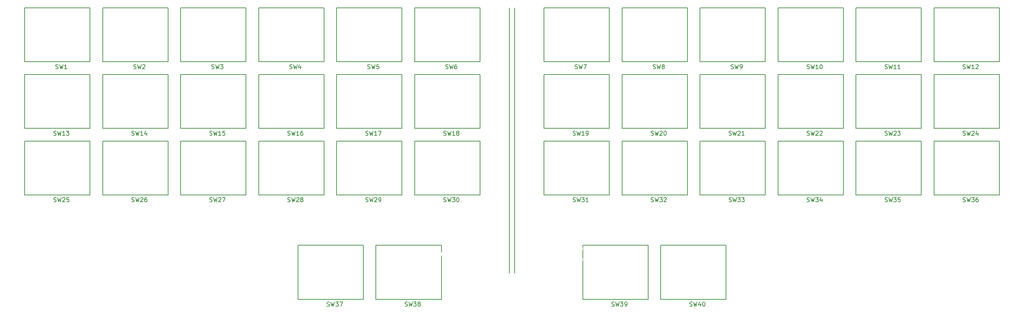
<source format=gto>
G04 #@! TF.FileFunction,Legend,Top*
%FSLAX46Y46*%
G04 Gerber Fmt 4.6, Leading zero omitted, Abs format (unit mm)*
G04 Created by KiCad (PCBNEW 4.0.5) date Saturday, July 01, 2017 'AMt' 12:52:34 AM*
%MOMM*%
%LPD*%
G01*
G04 APERTURE LIST*
%ADD10C,0.100000*%
%ADD11C,0.200000*%
%ADD12C,0.150000*%
%ADD13O,3.400000X3.400000*%
%ADD14C,3.400000*%
%ADD15C,1.924000*%
%ADD16C,3.600000*%
%ADD17R,2.127200X2.127200*%
%ADD18O,2.127200X2.127200*%
%ADD19O,1.250000X1.450000*%
%ADD20R,2.300000X2.100000*%
G04 APERTURE END LIST*
D10*
D11*
X116200000Y0D02*
X116200000Y-63000000D01*
X115000000Y0D02*
X115000000Y-63000000D01*
D12*
X89500000Y-28600000D02*
X74000000Y-28600000D01*
X89500000Y-15800000D02*
X89500000Y-28600000D01*
X74000000Y-15800000D02*
X89500000Y-15800000D01*
X74000000Y-28600000D02*
X74000000Y-15800000D01*
X138700000Y-12800000D02*
X123200000Y-12800000D01*
X138700000Y0D02*
X138700000Y-12800000D01*
X123200000Y0D02*
X138700000Y0D01*
X123200000Y-12800000D02*
X123200000Y0D01*
X108000000Y-28600000D02*
X92500000Y-28600000D01*
X108000000Y-15800000D02*
X108000000Y-28600000D01*
X92500000Y-15800000D02*
X108000000Y-15800000D01*
X92500000Y-28600000D02*
X92500000Y-15800000D01*
X89500000Y-12800000D02*
X74000000Y-12800000D01*
X89500000Y0D02*
X89500000Y-12800000D01*
X74000000Y0D02*
X89500000Y0D01*
X74000000Y-12800000D02*
X74000000Y0D01*
X80333330Y-69200000D02*
X64833330Y-69200000D01*
X80333330Y-56400000D02*
X80333330Y-69200000D01*
X64833330Y-56400000D02*
X80333330Y-56400000D01*
X64833330Y-69200000D02*
X64833330Y-56400000D01*
X52500000Y-12800000D02*
X37000000Y-12800000D01*
X52500000Y0D02*
X52500000Y-12800000D01*
X37000000Y0D02*
X52500000Y0D01*
X37000000Y-12800000D02*
X37000000Y0D01*
X108000000Y-12800000D02*
X92500000Y-12800000D01*
X108000000Y0D02*
X108000000Y-12800000D01*
X92500000Y0D02*
X108000000Y0D01*
X92500000Y-12800000D02*
X92500000Y0D01*
X15500000Y-12800000D02*
X0Y-12800000D01*
X15500000Y0D02*
X15500000Y-12800000D01*
X0Y0D02*
X15500000Y0D01*
X0Y-12800000D02*
X0Y0D01*
X166366667Y-69200000D02*
X150866667Y-69200000D01*
X166366667Y-56400000D02*
X166366667Y-69200000D01*
X150866667Y-56400000D02*
X166366667Y-56400000D01*
X150866667Y-69200000D02*
X150866667Y-56400000D01*
X147866667Y-69200000D02*
X132366667Y-69200000D01*
X147866667Y-56400000D02*
X147866667Y-69200000D01*
X132366667Y-56400000D02*
X147866667Y-56400000D01*
X132366667Y-69200000D02*
X132366667Y-56400000D01*
X98833330Y-69200000D02*
X83333330Y-69200000D01*
X98833330Y-56400000D02*
X98833330Y-69200000D01*
X83333330Y-56400000D02*
X98833330Y-56400000D01*
X83333330Y-69200000D02*
X83333330Y-56400000D01*
X231200000Y-44400000D02*
X215700000Y-44400000D01*
X231200000Y-31600000D02*
X231200000Y-44400000D01*
X215700000Y-31600000D02*
X231200000Y-31600000D01*
X215700000Y-44400000D02*
X215700000Y-31600000D01*
X212700000Y-44400000D02*
X197200000Y-44400000D01*
X212700000Y-31600000D02*
X212700000Y-44400000D01*
X197200000Y-31600000D02*
X212700000Y-31600000D01*
X197200000Y-44400000D02*
X197200000Y-31600000D01*
X194200000Y-44400000D02*
X178700000Y-44400000D01*
X194200000Y-31600000D02*
X194200000Y-44400000D01*
X178700000Y-31600000D02*
X194200000Y-31600000D01*
X178700000Y-44400000D02*
X178700000Y-31600000D01*
X175700000Y-44400000D02*
X160200000Y-44400000D01*
X175700000Y-31600000D02*
X175700000Y-44400000D01*
X160200000Y-31600000D02*
X175700000Y-31600000D01*
X160200000Y-44400000D02*
X160200000Y-31600000D01*
X157200000Y-44400000D02*
X141700000Y-44400000D01*
X157200000Y-31600000D02*
X157200000Y-44400000D01*
X141700000Y-31600000D02*
X157200000Y-31600000D01*
X141700000Y-44400000D02*
X141700000Y-31600000D01*
X138700000Y-44400000D02*
X123200000Y-44400000D01*
X138700000Y-31600000D02*
X138700000Y-44400000D01*
X123200000Y-31600000D02*
X138700000Y-31600000D01*
X123200000Y-44400000D02*
X123200000Y-31600000D01*
X108000000Y-44400000D02*
X92500000Y-44400000D01*
X108000000Y-31600000D02*
X108000000Y-44400000D01*
X92500000Y-31600000D02*
X108000000Y-31600000D01*
X92500000Y-44400000D02*
X92500000Y-31600000D01*
X89500000Y-44400000D02*
X74000000Y-44400000D01*
X89500000Y-31600000D02*
X89500000Y-44400000D01*
X74000000Y-31600000D02*
X89500000Y-31600000D01*
X74000000Y-44400000D02*
X74000000Y-31600000D01*
X71000000Y-44400000D02*
X55500000Y-44400000D01*
X71000000Y-31600000D02*
X71000000Y-44400000D01*
X55500000Y-31600000D02*
X71000000Y-31600000D01*
X55500000Y-44400000D02*
X55500000Y-31600000D01*
X52500000Y-44400000D02*
X37000000Y-44400000D01*
X52500000Y-31600000D02*
X52500000Y-44400000D01*
X37000000Y-31600000D02*
X52500000Y-31600000D01*
X37000000Y-44400000D02*
X37000000Y-31600000D01*
X34000000Y-44400000D02*
X18500000Y-44400000D01*
X34000000Y-31600000D02*
X34000000Y-44400000D01*
X18500000Y-31600000D02*
X34000000Y-31600000D01*
X18500000Y-44400000D02*
X18500000Y-31600000D01*
X15500000Y-44400000D02*
X0Y-44400000D01*
X15500000Y-31600000D02*
X15500000Y-44400000D01*
X0Y-31600000D02*
X15500000Y-31600000D01*
X0Y-44400000D02*
X0Y-31600000D01*
X231200000Y-28600000D02*
X215700000Y-28600000D01*
X231200000Y-15800000D02*
X231200000Y-28600000D01*
X215700000Y-15800000D02*
X231200000Y-15800000D01*
X215700000Y-28600000D02*
X215700000Y-15800000D01*
X212700000Y-28600000D02*
X197200000Y-28600000D01*
X212700000Y-15800000D02*
X212700000Y-28600000D01*
X197200000Y-15800000D02*
X212700000Y-15800000D01*
X197200000Y-28600000D02*
X197200000Y-15800000D01*
X194200000Y-28600000D02*
X178700000Y-28600000D01*
X194200000Y-15800000D02*
X194200000Y-28600000D01*
X178700000Y-15800000D02*
X194200000Y-15800000D01*
X178700000Y-28600000D02*
X178700000Y-15800000D01*
X175700000Y-28600000D02*
X160200000Y-28600000D01*
X175700000Y-15800000D02*
X175700000Y-28600000D01*
X160200000Y-15800000D02*
X175700000Y-15800000D01*
X160200000Y-28600000D02*
X160200000Y-15800000D01*
X157200000Y-28600000D02*
X141700000Y-28600000D01*
X157200000Y-15800000D02*
X157200000Y-28600000D01*
X141700000Y-15800000D02*
X157200000Y-15800000D01*
X141700000Y-28600000D02*
X141700000Y-15800000D01*
X138700000Y-28600000D02*
X123200000Y-28600000D01*
X138700000Y-15800000D02*
X138700000Y-28600000D01*
X123200000Y-15800000D02*
X138700000Y-15800000D01*
X123200000Y-28600000D02*
X123200000Y-15800000D01*
X71000000Y-28600000D02*
X55500000Y-28600000D01*
X71000000Y-15800000D02*
X71000000Y-28600000D01*
X55500000Y-15800000D02*
X71000000Y-15800000D01*
X55500000Y-28600000D02*
X55500000Y-15800000D01*
X52500000Y-28600000D02*
X37000000Y-28600000D01*
X52500000Y-15800000D02*
X52500000Y-28600000D01*
X37000000Y-15800000D02*
X52500000Y-15800000D01*
X37000000Y-28600000D02*
X37000000Y-15800000D01*
X34000000Y-28600000D02*
X18500000Y-28600000D01*
X34000000Y-15800000D02*
X34000000Y-28600000D01*
X18500000Y-15800000D02*
X34000000Y-15800000D01*
X18500000Y-28600000D02*
X18500000Y-15800000D01*
X15500000Y-28600000D02*
X0Y-28600000D01*
X15500000Y-15800000D02*
X15500000Y-28600000D01*
X0Y-15800000D02*
X15500000Y-15800000D01*
X0Y-28600000D02*
X0Y-15800000D01*
X231200000Y-12800000D02*
X215700000Y-12800000D01*
X231200000Y0D02*
X231200000Y-12800000D01*
X215700000Y0D02*
X231200000Y0D01*
X215700000Y-12800000D02*
X215700000Y0D01*
X212700000Y-12800000D02*
X197200000Y-12800000D01*
X212700000Y0D02*
X212700000Y-12800000D01*
X197200000Y0D02*
X212700000Y0D01*
X197200000Y-12800000D02*
X197200000Y0D01*
X194200000Y-12800000D02*
X178700000Y-12800000D01*
X194200000Y0D02*
X194200000Y-12800000D01*
X178700000Y0D02*
X194200000Y0D01*
X178700000Y-12800000D02*
X178700000Y0D01*
X175700000Y-12800000D02*
X160200000Y-12800000D01*
X175700000Y0D02*
X175700000Y-12800000D01*
X160200000Y0D02*
X175700000Y0D01*
X160200000Y-12800000D02*
X160200000Y0D01*
X157200000Y-12800000D02*
X141700000Y-12800000D01*
X157200000Y0D02*
X157200000Y-12800000D01*
X141700000Y0D02*
X157200000Y0D01*
X141700000Y-12800000D02*
X141700000Y0D01*
X71000000Y-12800000D02*
X55500000Y-12800000D01*
X71000000Y0D02*
X71000000Y-12800000D01*
X55500000Y0D02*
X71000000Y0D01*
X55500000Y-12800000D02*
X55500000Y0D01*
X34000000Y-12800000D02*
X18500000Y-12800000D01*
X34000000Y0D02*
X34000000Y-12800000D01*
X18500000Y0D02*
X34000000Y0D01*
X18500000Y-12800000D02*
X18500000Y0D01*
X80890476Y-30204762D02*
X81033333Y-30252381D01*
X81271429Y-30252381D01*
X81366667Y-30204762D01*
X81414286Y-30157143D01*
X81461905Y-30061905D01*
X81461905Y-29966667D01*
X81414286Y-29871429D01*
X81366667Y-29823810D01*
X81271429Y-29776190D01*
X81080952Y-29728571D01*
X80985714Y-29680952D01*
X80938095Y-29633333D01*
X80890476Y-29538095D01*
X80890476Y-29442857D01*
X80938095Y-29347619D01*
X80985714Y-29300000D01*
X81080952Y-29252381D01*
X81319048Y-29252381D01*
X81461905Y-29300000D01*
X81795238Y-29252381D02*
X82033333Y-30252381D01*
X82223810Y-29538095D01*
X82414286Y-30252381D01*
X82652381Y-29252381D01*
X83557143Y-30252381D02*
X82985714Y-30252381D01*
X83271428Y-30252381D02*
X83271428Y-29252381D01*
X83176190Y-29395238D01*
X83080952Y-29490476D01*
X82985714Y-29538095D01*
X83890476Y-29252381D02*
X84557143Y-29252381D01*
X84128571Y-30252381D01*
X130566667Y-14404762D02*
X130709524Y-14452381D01*
X130947620Y-14452381D01*
X131042858Y-14404762D01*
X131090477Y-14357143D01*
X131138096Y-14261905D01*
X131138096Y-14166667D01*
X131090477Y-14071429D01*
X131042858Y-14023810D01*
X130947620Y-13976190D01*
X130757143Y-13928571D01*
X130661905Y-13880952D01*
X130614286Y-13833333D01*
X130566667Y-13738095D01*
X130566667Y-13642857D01*
X130614286Y-13547619D01*
X130661905Y-13500000D01*
X130757143Y-13452381D01*
X130995239Y-13452381D01*
X131138096Y-13500000D01*
X131471429Y-13452381D02*
X131709524Y-14452381D01*
X131900001Y-13738095D01*
X132090477Y-14452381D01*
X132328572Y-13452381D01*
X132614286Y-13452381D02*
X133280953Y-13452381D01*
X132852381Y-14452381D01*
X99390476Y-30204762D02*
X99533333Y-30252381D01*
X99771429Y-30252381D01*
X99866667Y-30204762D01*
X99914286Y-30157143D01*
X99961905Y-30061905D01*
X99961905Y-29966667D01*
X99914286Y-29871429D01*
X99866667Y-29823810D01*
X99771429Y-29776190D01*
X99580952Y-29728571D01*
X99485714Y-29680952D01*
X99438095Y-29633333D01*
X99390476Y-29538095D01*
X99390476Y-29442857D01*
X99438095Y-29347619D01*
X99485714Y-29300000D01*
X99580952Y-29252381D01*
X99819048Y-29252381D01*
X99961905Y-29300000D01*
X100295238Y-29252381D02*
X100533333Y-30252381D01*
X100723810Y-29538095D01*
X100914286Y-30252381D01*
X101152381Y-29252381D01*
X102057143Y-30252381D02*
X101485714Y-30252381D01*
X101771428Y-30252381D02*
X101771428Y-29252381D01*
X101676190Y-29395238D01*
X101580952Y-29490476D01*
X101485714Y-29538095D01*
X102628571Y-29680952D02*
X102533333Y-29633333D01*
X102485714Y-29585714D01*
X102438095Y-29490476D01*
X102438095Y-29442857D01*
X102485714Y-29347619D01*
X102533333Y-29300000D01*
X102628571Y-29252381D01*
X102819048Y-29252381D01*
X102914286Y-29300000D01*
X102961905Y-29347619D01*
X103009524Y-29442857D01*
X103009524Y-29490476D01*
X102961905Y-29585714D01*
X102914286Y-29633333D01*
X102819048Y-29680952D01*
X102628571Y-29680952D01*
X102533333Y-29728571D01*
X102485714Y-29776190D01*
X102438095Y-29871429D01*
X102438095Y-30061905D01*
X102485714Y-30157143D01*
X102533333Y-30204762D01*
X102628571Y-30252381D01*
X102819048Y-30252381D01*
X102914286Y-30204762D01*
X102961905Y-30157143D01*
X103009524Y-30061905D01*
X103009524Y-29871429D01*
X102961905Y-29776190D01*
X102914286Y-29728571D01*
X102819048Y-29680952D01*
X81366667Y-14404762D02*
X81509524Y-14452381D01*
X81747620Y-14452381D01*
X81842858Y-14404762D01*
X81890477Y-14357143D01*
X81938096Y-14261905D01*
X81938096Y-14166667D01*
X81890477Y-14071429D01*
X81842858Y-14023810D01*
X81747620Y-13976190D01*
X81557143Y-13928571D01*
X81461905Y-13880952D01*
X81414286Y-13833333D01*
X81366667Y-13738095D01*
X81366667Y-13642857D01*
X81414286Y-13547619D01*
X81461905Y-13500000D01*
X81557143Y-13452381D01*
X81795239Y-13452381D01*
X81938096Y-13500000D01*
X82271429Y-13452381D02*
X82509524Y-14452381D01*
X82700001Y-13738095D01*
X82890477Y-14452381D01*
X83128572Y-13452381D01*
X83985715Y-13452381D02*
X83509524Y-13452381D01*
X83461905Y-13928571D01*
X83509524Y-13880952D01*
X83604762Y-13833333D01*
X83842858Y-13833333D01*
X83938096Y-13880952D01*
X83985715Y-13928571D01*
X84033334Y-14023810D01*
X84033334Y-14261905D01*
X83985715Y-14357143D01*
X83938096Y-14404762D01*
X83842858Y-14452381D01*
X83604762Y-14452381D01*
X83509524Y-14404762D01*
X83461905Y-14357143D01*
X71723806Y-70804762D02*
X71866663Y-70852381D01*
X72104759Y-70852381D01*
X72199997Y-70804762D01*
X72247616Y-70757143D01*
X72295235Y-70661905D01*
X72295235Y-70566667D01*
X72247616Y-70471429D01*
X72199997Y-70423810D01*
X72104759Y-70376190D01*
X71914282Y-70328571D01*
X71819044Y-70280952D01*
X71771425Y-70233333D01*
X71723806Y-70138095D01*
X71723806Y-70042857D01*
X71771425Y-69947619D01*
X71819044Y-69900000D01*
X71914282Y-69852381D01*
X72152378Y-69852381D01*
X72295235Y-69900000D01*
X72628568Y-69852381D02*
X72866663Y-70852381D01*
X73057140Y-70138095D01*
X73247616Y-70852381D01*
X73485711Y-69852381D01*
X73771425Y-69852381D02*
X74390473Y-69852381D01*
X74057139Y-70233333D01*
X74199997Y-70233333D01*
X74295235Y-70280952D01*
X74342854Y-70328571D01*
X74390473Y-70423810D01*
X74390473Y-70661905D01*
X74342854Y-70757143D01*
X74295235Y-70804762D01*
X74199997Y-70852381D01*
X73914282Y-70852381D01*
X73819044Y-70804762D01*
X73771425Y-70757143D01*
X74723806Y-69852381D02*
X75390473Y-69852381D01*
X74961901Y-70852381D01*
X44366667Y-14404762D02*
X44509524Y-14452381D01*
X44747620Y-14452381D01*
X44842858Y-14404762D01*
X44890477Y-14357143D01*
X44938096Y-14261905D01*
X44938096Y-14166667D01*
X44890477Y-14071429D01*
X44842858Y-14023810D01*
X44747620Y-13976190D01*
X44557143Y-13928571D01*
X44461905Y-13880952D01*
X44414286Y-13833333D01*
X44366667Y-13738095D01*
X44366667Y-13642857D01*
X44414286Y-13547619D01*
X44461905Y-13500000D01*
X44557143Y-13452381D01*
X44795239Y-13452381D01*
X44938096Y-13500000D01*
X45271429Y-13452381D02*
X45509524Y-14452381D01*
X45700001Y-13738095D01*
X45890477Y-14452381D01*
X46128572Y-13452381D01*
X46414286Y-13452381D02*
X47033334Y-13452381D01*
X46700000Y-13833333D01*
X46842858Y-13833333D01*
X46938096Y-13880952D01*
X46985715Y-13928571D01*
X47033334Y-14023810D01*
X47033334Y-14261905D01*
X46985715Y-14357143D01*
X46938096Y-14404762D01*
X46842858Y-14452381D01*
X46557143Y-14452381D01*
X46461905Y-14404762D01*
X46414286Y-14357143D01*
X99866667Y-14404762D02*
X100009524Y-14452381D01*
X100247620Y-14452381D01*
X100342858Y-14404762D01*
X100390477Y-14357143D01*
X100438096Y-14261905D01*
X100438096Y-14166667D01*
X100390477Y-14071429D01*
X100342858Y-14023810D01*
X100247620Y-13976190D01*
X100057143Y-13928571D01*
X99961905Y-13880952D01*
X99914286Y-13833333D01*
X99866667Y-13738095D01*
X99866667Y-13642857D01*
X99914286Y-13547619D01*
X99961905Y-13500000D01*
X100057143Y-13452381D01*
X100295239Y-13452381D01*
X100438096Y-13500000D01*
X100771429Y-13452381D02*
X101009524Y-14452381D01*
X101200001Y-13738095D01*
X101390477Y-14452381D01*
X101628572Y-13452381D01*
X102438096Y-13452381D02*
X102247619Y-13452381D01*
X102152381Y-13500000D01*
X102104762Y-13547619D01*
X102009524Y-13690476D01*
X101961905Y-13880952D01*
X101961905Y-14261905D01*
X102009524Y-14357143D01*
X102057143Y-14404762D01*
X102152381Y-14452381D01*
X102342858Y-14452381D01*
X102438096Y-14404762D01*
X102485715Y-14357143D01*
X102533334Y-14261905D01*
X102533334Y-14023810D01*
X102485715Y-13928571D01*
X102438096Y-13880952D01*
X102342858Y-13833333D01*
X102152381Y-13833333D01*
X102057143Y-13880952D01*
X102009524Y-13928571D01*
X101961905Y-14023810D01*
X7366667Y-14404762D02*
X7509524Y-14452381D01*
X7747620Y-14452381D01*
X7842858Y-14404762D01*
X7890477Y-14357143D01*
X7938096Y-14261905D01*
X7938096Y-14166667D01*
X7890477Y-14071429D01*
X7842858Y-14023810D01*
X7747620Y-13976190D01*
X7557143Y-13928571D01*
X7461905Y-13880952D01*
X7414286Y-13833333D01*
X7366667Y-13738095D01*
X7366667Y-13642857D01*
X7414286Y-13547619D01*
X7461905Y-13500000D01*
X7557143Y-13452381D01*
X7795239Y-13452381D01*
X7938096Y-13500000D01*
X8271429Y-13452381D02*
X8509524Y-14452381D01*
X8700001Y-13738095D01*
X8890477Y-14452381D01*
X9128572Y-13452381D01*
X10033334Y-14452381D02*
X9461905Y-14452381D01*
X9747619Y-14452381D02*
X9747619Y-13452381D01*
X9652381Y-13595238D01*
X9557143Y-13690476D01*
X9461905Y-13738095D01*
X157757143Y-70804762D02*
X157900000Y-70852381D01*
X158138096Y-70852381D01*
X158233334Y-70804762D01*
X158280953Y-70757143D01*
X158328572Y-70661905D01*
X158328572Y-70566667D01*
X158280953Y-70471429D01*
X158233334Y-70423810D01*
X158138096Y-70376190D01*
X157947619Y-70328571D01*
X157852381Y-70280952D01*
X157804762Y-70233333D01*
X157757143Y-70138095D01*
X157757143Y-70042857D01*
X157804762Y-69947619D01*
X157852381Y-69900000D01*
X157947619Y-69852381D01*
X158185715Y-69852381D01*
X158328572Y-69900000D01*
X158661905Y-69852381D02*
X158900000Y-70852381D01*
X159090477Y-70138095D01*
X159280953Y-70852381D01*
X159519048Y-69852381D01*
X160328572Y-70185714D02*
X160328572Y-70852381D01*
X160090476Y-69804762D02*
X159852381Y-70519048D01*
X160471429Y-70519048D01*
X161042857Y-69852381D02*
X161138096Y-69852381D01*
X161233334Y-69900000D01*
X161280953Y-69947619D01*
X161328572Y-70042857D01*
X161376191Y-70233333D01*
X161376191Y-70471429D01*
X161328572Y-70661905D01*
X161280953Y-70757143D01*
X161233334Y-70804762D01*
X161138096Y-70852381D01*
X161042857Y-70852381D01*
X160947619Y-70804762D01*
X160900000Y-70757143D01*
X160852381Y-70661905D01*
X160804762Y-70471429D01*
X160804762Y-70233333D01*
X160852381Y-70042857D01*
X160900000Y-69947619D01*
X160947619Y-69900000D01*
X161042857Y-69852381D01*
X139257143Y-70804762D02*
X139400000Y-70852381D01*
X139638096Y-70852381D01*
X139733334Y-70804762D01*
X139780953Y-70757143D01*
X139828572Y-70661905D01*
X139828572Y-70566667D01*
X139780953Y-70471429D01*
X139733334Y-70423810D01*
X139638096Y-70376190D01*
X139447619Y-70328571D01*
X139352381Y-70280952D01*
X139304762Y-70233333D01*
X139257143Y-70138095D01*
X139257143Y-70042857D01*
X139304762Y-69947619D01*
X139352381Y-69900000D01*
X139447619Y-69852381D01*
X139685715Y-69852381D01*
X139828572Y-69900000D01*
X140161905Y-69852381D02*
X140400000Y-70852381D01*
X140590477Y-70138095D01*
X140780953Y-70852381D01*
X141019048Y-69852381D01*
X141304762Y-69852381D02*
X141923810Y-69852381D01*
X141590476Y-70233333D01*
X141733334Y-70233333D01*
X141828572Y-70280952D01*
X141876191Y-70328571D01*
X141923810Y-70423810D01*
X141923810Y-70661905D01*
X141876191Y-70757143D01*
X141828572Y-70804762D01*
X141733334Y-70852381D01*
X141447619Y-70852381D01*
X141352381Y-70804762D01*
X141304762Y-70757143D01*
X142400000Y-70852381D02*
X142590476Y-70852381D01*
X142685715Y-70804762D01*
X142733334Y-70757143D01*
X142828572Y-70614286D01*
X142876191Y-70423810D01*
X142876191Y-70042857D01*
X142828572Y-69947619D01*
X142780953Y-69900000D01*
X142685715Y-69852381D01*
X142495238Y-69852381D01*
X142400000Y-69900000D01*
X142352381Y-69947619D01*
X142304762Y-70042857D01*
X142304762Y-70280952D01*
X142352381Y-70376190D01*
X142400000Y-70423810D01*
X142495238Y-70471429D01*
X142685715Y-70471429D01*
X142780953Y-70423810D01*
X142828572Y-70376190D01*
X142876191Y-70280952D01*
X90223806Y-70804762D02*
X90366663Y-70852381D01*
X90604759Y-70852381D01*
X90699997Y-70804762D01*
X90747616Y-70757143D01*
X90795235Y-70661905D01*
X90795235Y-70566667D01*
X90747616Y-70471429D01*
X90699997Y-70423810D01*
X90604759Y-70376190D01*
X90414282Y-70328571D01*
X90319044Y-70280952D01*
X90271425Y-70233333D01*
X90223806Y-70138095D01*
X90223806Y-70042857D01*
X90271425Y-69947619D01*
X90319044Y-69900000D01*
X90414282Y-69852381D01*
X90652378Y-69852381D01*
X90795235Y-69900000D01*
X91128568Y-69852381D02*
X91366663Y-70852381D01*
X91557140Y-70138095D01*
X91747616Y-70852381D01*
X91985711Y-69852381D01*
X92271425Y-69852381D02*
X92890473Y-69852381D01*
X92557139Y-70233333D01*
X92699997Y-70233333D01*
X92795235Y-70280952D01*
X92842854Y-70328571D01*
X92890473Y-70423810D01*
X92890473Y-70661905D01*
X92842854Y-70757143D01*
X92795235Y-70804762D01*
X92699997Y-70852381D01*
X92414282Y-70852381D01*
X92319044Y-70804762D01*
X92271425Y-70757143D01*
X93461901Y-70280952D02*
X93366663Y-70233333D01*
X93319044Y-70185714D01*
X93271425Y-70090476D01*
X93271425Y-70042857D01*
X93319044Y-69947619D01*
X93366663Y-69900000D01*
X93461901Y-69852381D01*
X93652378Y-69852381D01*
X93747616Y-69900000D01*
X93795235Y-69947619D01*
X93842854Y-70042857D01*
X93842854Y-70090476D01*
X93795235Y-70185714D01*
X93747616Y-70233333D01*
X93652378Y-70280952D01*
X93461901Y-70280952D01*
X93366663Y-70328571D01*
X93319044Y-70376190D01*
X93271425Y-70471429D01*
X93271425Y-70661905D01*
X93319044Y-70757143D01*
X93366663Y-70804762D01*
X93461901Y-70852381D01*
X93652378Y-70852381D01*
X93747616Y-70804762D01*
X93795235Y-70757143D01*
X93842854Y-70661905D01*
X93842854Y-70471429D01*
X93795235Y-70376190D01*
X93747616Y-70328571D01*
X93652378Y-70280952D01*
X222590476Y-46004762D02*
X222733333Y-46052381D01*
X222971429Y-46052381D01*
X223066667Y-46004762D01*
X223114286Y-45957143D01*
X223161905Y-45861905D01*
X223161905Y-45766667D01*
X223114286Y-45671429D01*
X223066667Y-45623810D01*
X222971429Y-45576190D01*
X222780952Y-45528571D01*
X222685714Y-45480952D01*
X222638095Y-45433333D01*
X222590476Y-45338095D01*
X222590476Y-45242857D01*
X222638095Y-45147619D01*
X222685714Y-45100000D01*
X222780952Y-45052381D01*
X223019048Y-45052381D01*
X223161905Y-45100000D01*
X223495238Y-45052381D02*
X223733333Y-46052381D01*
X223923810Y-45338095D01*
X224114286Y-46052381D01*
X224352381Y-45052381D01*
X224638095Y-45052381D02*
X225257143Y-45052381D01*
X224923809Y-45433333D01*
X225066667Y-45433333D01*
X225161905Y-45480952D01*
X225209524Y-45528571D01*
X225257143Y-45623810D01*
X225257143Y-45861905D01*
X225209524Y-45957143D01*
X225161905Y-46004762D01*
X225066667Y-46052381D01*
X224780952Y-46052381D01*
X224685714Y-46004762D01*
X224638095Y-45957143D01*
X226114286Y-45052381D02*
X225923809Y-45052381D01*
X225828571Y-45100000D01*
X225780952Y-45147619D01*
X225685714Y-45290476D01*
X225638095Y-45480952D01*
X225638095Y-45861905D01*
X225685714Y-45957143D01*
X225733333Y-46004762D01*
X225828571Y-46052381D01*
X226019048Y-46052381D01*
X226114286Y-46004762D01*
X226161905Y-45957143D01*
X226209524Y-45861905D01*
X226209524Y-45623810D01*
X226161905Y-45528571D01*
X226114286Y-45480952D01*
X226019048Y-45433333D01*
X225828571Y-45433333D01*
X225733333Y-45480952D01*
X225685714Y-45528571D01*
X225638095Y-45623810D01*
X204090476Y-46004762D02*
X204233333Y-46052381D01*
X204471429Y-46052381D01*
X204566667Y-46004762D01*
X204614286Y-45957143D01*
X204661905Y-45861905D01*
X204661905Y-45766667D01*
X204614286Y-45671429D01*
X204566667Y-45623810D01*
X204471429Y-45576190D01*
X204280952Y-45528571D01*
X204185714Y-45480952D01*
X204138095Y-45433333D01*
X204090476Y-45338095D01*
X204090476Y-45242857D01*
X204138095Y-45147619D01*
X204185714Y-45100000D01*
X204280952Y-45052381D01*
X204519048Y-45052381D01*
X204661905Y-45100000D01*
X204995238Y-45052381D02*
X205233333Y-46052381D01*
X205423810Y-45338095D01*
X205614286Y-46052381D01*
X205852381Y-45052381D01*
X206138095Y-45052381D02*
X206757143Y-45052381D01*
X206423809Y-45433333D01*
X206566667Y-45433333D01*
X206661905Y-45480952D01*
X206709524Y-45528571D01*
X206757143Y-45623810D01*
X206757143Y-45861905D01*
X206709524Y-45957143D01*
X206661905Y-46004762D01*
X206566667Y-46052381D01*
X206280952Y-46052381D01*
X206185714Y-46004762D01*
X206138095Y-45957143D01*
X207661905Y-45052381D02*
X207185714Y-45052381D01*
X207138095Y-45528571D01*
X207185714Y-45480952D01*
X207280952Y-45433333D01*
X207519048Y-45433333D01*
X207614286Y-45480952D01*
X207661905Y-45528571D01*
X207709524Y-45623810D01*
X207709524Y-45861905D01*
X207661905Y-45957143D01*
X207614286Y-46004762D01*
X207519048Y-46052381D01*
X207280952Y-46052381D01*
X207185714Y-46004762D01*
X207138095Y-45957143D01*
X185590476Y-46004762D02*
X185733333Y-46052381D01*
X185971429Y-46052381D01*
X186066667Y-46004762D01*
X186114286Y-45957143D01*
X186161905Y-45861905D01*
X186161905Y-45766667D01*
X186114286Y-45671429D01*
X186066667Y-45623810D01*
X185971429Y-45576190D01*
X185780952Y-45528571D01*
X185685714Y-45480952D01*
X185638095Y-45433333D01*
X185590476Y-45338095D01*
X185590476Y-45242857D01*
X185638095Y-45147619D01*
X185685714Y-45100000D01*
X185780952Y-45052381D01*
X186019048Y-45052381D01*
X186161905Y-45100000D01*
X186495238Y-45052381D02*
X186733333Y-46052381D01*
X186923810Y-45338095D01*
X187114286Y-46052381D01*
X187352381Y-45052381D01*
X187638095Y-45052381D02*
X188257143Y-45052381D01*
X187923809Y-45433333D01*
X188066667Y-45433333D01*
X188161905Y-45480952D01*
X188209524Y-45528571D01*
X188257143Y-45623810D01*
X188257143Y-45861905D01*
X188209524Y-45957143D01*
X188161905Y-46004762D01*
X188066667Y-46052381D01*
X187780952Y-46052381D01*
X187685714Y-46004762D01*
X187638095Y-45957143D01*
X189114286Y-45385714D02*
X189114286Y-46052381D01*
X188876190Y-45004762D02*
X188638095Y-45719048D01*
X189257143Y-45719048D01*
X167090476Y-46004762D02*
X167233333Y-46052381D01*
X167471429Y-46052381D01*
X167566667Y-46004762D01*
X167614286Y-45957143D01*
X167661905Y-45861905D01*
X167661905Y-45766667D01*
X167614286Y-45671429D01*
X167566667Y-45623810D01*
X167471429Y-45576190D01*
X167280952Y-45528571D01*
X167185714Y-45480952D01*
X167138095Y-45433333D01*
X167090476Y-45338095D01*
X167090476Y-45242857D01*
X167138095Y-45147619D01*
X167185714Y-45100000D01*
X167280952Y-45052381D01*
X167519048Y-45052381D01*
X167661905Y-45100000D01*
X167995238Y-45052381D02*
X168233333Y-46052381D01*
X168423810Y-45338095D01*
X168614286Y-46052381D01*
X168852381Y-45052381D01*
X169138095Y-45052381D02*
X169757143Y-45052381D01*
X169423809Y-45433333D01*
X169566667Y-45433333D01*
X169661905Y-45480952D01*
X169709524Y-45528571D01*
X169757143Y-45623810D01*
X169757143Y-45861905D01*
X169709524Y-45957143D01*
X169661905Y-46004762D01*
X169566667Y-46052381D01*
X169280952Y-46052381D01*
X169185714Y-46004762D01*
X169138095Y-45957143D01*
X170090476Y-45052381D02*
X170709524Y-45052381D01*
X170376190Y-45433333D01*
X170519048Y-45433333D01*
X170614286Y-45480952D01*
X170661905Y-45528571D01*
X170709524Y-45623810D01*
X170709524Y-45861905D01*
X170661905Y-45957143D01*
X170614286Y-46004762D01*
X170519048Y-46052381D01*
X170233333Y-46052381D01*
X170138095Y-46004762D01*
X170090476Y-45957143D01*
X148590476Y-46004762D02*
X148733333Y-46052381D01*
X148971429Y-46052381D01*
X149066667Y-46004762D01*
X149114286Y-45957143D01*
X149161905Y-45861905D01*
X149161905Y-45766667D01*
X149114286Y-45671429D01*
X149066667Y-45623810D01*
X148971429Y-45576190D01*
X148780952Y-45528571D01*
X148685714Y-45480952D01*
X148638095Y-45433333D01*
X148590476Y-45338095D01*
X148590476Y-45242857D01*
X148638095Y-45147619D01*
X148685714Y-45100000D01*
X148780952Y-45052381D01*
X149019048Y-45052381D01*
X149161905Y-45100000D01*
X149495238Y-45052381D02*
X149733333Y-46052381D01*
X149923810Y-45338095D01*
X150114286Y-46052381D01*
X150352381Y-45052381D01*
X150638095Y-45052381D02*
X151257143Y-45052381D01*
X150923809Y-45433333D01*
X151066667Y-45433333D01*
X151161905Y-45480952D01*
X151209524Y-45528571D01*
X151257143Y-45623810D01*
X151257143Y-45861905D01*
X151209524Y-45957143D01*
X151161905Y-46004762D01*
X151066667Y-46052381D01*
X150780952Y-46052381D01*
X150685714Y-46004762D01*
X150638095Y-45957143D01*
X151638095Y-45147619D02*
X151685714Y-45100000D01*
X151780952Y-45052381D01*
X152019048Y-45052381D01*
X152114286Y-45100000D01*
X152161905Y-45147619D01*
X152209524Y-45242857D01*
X152209524Y-45338095D01*
X152161905Y-45480952D01*
X151590476Y-46052381D01*
X152209524Y-46052381D01*
X130090476Y-46004762D02*
X130233333Y-46052381D01*
X130471429Y-46052381D01*
X130566667Y-46004762D01*
X130614286Y-45957143D01*
X130661905Y-45861905D01*
X130661905Y-45766667D01*
X130614286Y-45671429D01*
X130566667Y-45623810D01*
X130471429Y-45576190D01*
X130280952Y-45528571D01*
X130185714Y-45480952D01*
X130138095Y-45433333D01*
X130090476Y-45338095D01*
X130090476Y-45242857D01*
X130138095Y-45147619D01*
X130185714Y-45100000D01*
X130280952Y-45052381D01*
X130519048Y-45052381D01*
X130661905Y-45100000D01*
X130995238Y-45052381D02*
X131233333Y-46052381D01*
X131423810Y-45338095D01*
X131614286Y-46052381D01*
X131852381Y-45052381D01*
X132138095Y-45052381D02*
X132757143Y-45052381D01*
X132423809Y-45433333D01*
X132566667Y-45433333D01*
X132661905Y-45480952D01*
X132709524Y-45528571D01*
X132757143Y-45623810D01*
X132757143Y-45861905D01*
X132709524Y-45957143D01*
X132661905Y-46004762D01*
X132566667Y-46052381D01*
X132280952Y-46052381D01*
X132185714Y-46004762D01*
X132138095Y-45957143D01*
X133709524Y-46052381D02*
X133138095Y-46052381D01*
X133423809Y-46052381D02*
X133423809Y-45052381D01*
X133328571Y-45195238D01*
X133233333Y-45290476D01*
X133138095Y-45338095D01*
X99390476Y-46004762D02*
X99533333Y-46052381D01*
X99771429Y-46052381D01*
X99866667Y-46004762D01*
X99914286Y-45957143D01*
X99961905Y-45861905D01*
X99961905Y-45766667D01*
X99914286Y-45671429D01*
X99866667Y-45623810D01*
X99771429Y-45576190D01*
X99580952Y-45528571D01*
X99485714Y-45480952D01*
X99438095Y-45433333D01*
X99390476Y-45338095D01*
X99390476Y-45242857D01*
X99438095Y-45147619D01*
X99485714Y-45100000D01*
X99580952Y-45052381D01*
X99819048Y-45052381D01*
X99961905Y-45100000D01*
X100295238Y-45052381D02*
X100533333Y-46052381D01*
X100723810Y-45338095D01*
X100914286Y-46052381D01*
X101152381Y-45052381D01*
X101438095Y-45052381D02*
X102057143Y-45052381D01*
X101723809Y-45433333D01*
X101866667Y-45433333D01*
X101961905Y-45480952D01*
X102009524Y-45528571D01*
X102057143Y-45623810D01*
X102057143Y-45861905D01*
X102009524Y-45957143D01*
X101961905Y-46004762D01*
X101866667Y-46052381D01*
X101580952Y-46052381D01*
X101485714Y-46004762D01*
X101438095Y-45957143D01*
X102676190Y-45052381D02*
X102771429Y-45052381D01*
X102866667Y-45100000D01*
X102914286Y-45147619D01*
X102961905Y-45242857D01*
X103009524Y-45433333D01*
X103009524Y-45671429D01*
X102961905Y-45861905D01*
X102914286Y-45957143D01*
X102866667Y-46004762D01*
X102771429Y-46052381D01*
X102676190Y-46052381D01*
X102580952Y-46004762D01*
X102533333Y-45957143D01*
X102485714Y-45861905D01*
X102438095Y-45671429D01*
X102438095Y-45433333D01*
X102485714Y-45242857D01*
X102533333Y-45147619D01*
X102580952Y-45100000D01*
X102676190Y-45052381D01*
X80890476Y-46004762D02*
X81033333Y-46052381D01*
X81271429Y-46052381D01*
X81366667Y-46004762D01*
X81414286Y-45957143D01*
X81461905Y-45861905D01*
X81461905Y-45766667D01*
X81414286Y-45671429D01*
X81366667Y-45623810D01*
X81271429Y-45576190D01*
X81080952Y-45528571D01*
X80985714Y-45480952D01*
X80938095Y-45433333D01*
X80890476Y-45338095D01*
X80890476Y-45242857D01*
X80938095Y-45147619D01*
X80985714Y-45100000D01*
X81080952Y-45052381D01*
X81319048Y-45052381D01*
X81461905Y-45100000D01*
X81795238Y-45052381D02*
X82033333Y-46052381D01*
X82223810Y-45338095D01*
X82414286Y-46052381D01*
X82652381Y-45052381D01*
X82985714Y-45147619D02*
X83033333Y-45100000D01*
X83128571Y-45052381D01*
X83366667Y-45052381D01*
X83461905Y-45100000D01*
X83509524Y-45147619D01*
X83557143Y-45242857D01*
X83557143Y-45338095D01*
X83509524Y-45480952D01*
X82938095Y-46052381D01*
X83557143Y-46052381D01*
X84033333Y-46052381D02*
X84223809Y-46052381D01*
X84319048Y-46004762D01*
X84366667Y-45957143D01*
X84461905Y-45814286D01*
X84509524Y-45623810D01*
X84509524Y-45242857D01*
X84461905Y-45147619D01*
X84414286Y-45100000D01*
X84319048Y-45052381D01*
X84128571Y-45052381D01*
X84033333Y-45100000D01*
X83985714Y-45147619D01*
X83938095Y-45242857D01*
X83938095Y-45480952D01*
X83985714Y-45576190D01*
X84033333Y-45623810D01*
X84128571Y-45671429D01*
X84319048Y-45671429D01*
X84414286Y-45623810D01*
X84461905Y-45576190D01*
X84509524Y-45480952D01*
X62390476Y-46004762D02*
X62533333Y-46052381D01*
X62771429Y-46052381D01*
X62866667Y-46004762D01*
X62914286Y-45957143D01*
X62961905Y-45861905D01*
X62961905Y-45766667D01*
X62914286Y-45671429D01*
X62866667Y-45623810D01*
X62771429Y-45576190D01*
X62580952Y-45528571D01*
X62485714Y-45480952D01*
X62438095Y-45433333D01*
X62390476Y-45338095D01*
X62390476Y-45242857D01*
X62438095Y-45147619D01*
X62485714Y-45100000D01*
X62580952Y-45052381D01*
X62819048Y-45052381D01*
X62961905Y-45100000D01*
X63295238Y-45052381D02*
X63533333Y-46052381D01*
X63723810Y-45338095D01*
X63914286Y-46052381D01*
X64152381Y-45052381D01*
X64485714Y-45147619D02*
X64533333Y-45100000D01*
X64628571Y-45052381D01*
X64866667Y-45052381D01*
X64961905Y-45100000D01*
X65009524Y-45147619D01*
X65057143Y-45242857D01*
X65057143Y-45338095D01*
X65009524Y-45480952D01*
X64438095Y-46052381D01*
X65057143Y-46052381D01*
X65628571Y-45480952D02*
X65533333Y-45433333D01*
X65485714Y-45385714D01*
X65438095Y-45290476D01*
X65438095Y-45242857D01*
X65485714Y-45147619D01*
X65533333Y-45100000D01*
X65628571Y-45052381D01*
X65819048Y-45052381D01*
X65914286Y-45100000D01*
X65961905Y-45147619D01*
X66009524Y-45242857D01*
X66009524Y-45290476D01*
X65961905Y-45385714D01*
X65914286Y-45433333D01*
X65819048Y-45480952D01*
X65628571Y-45480952D01*
X65533333Y-45528571D01*
X65485714Y-45576190D01*
X65438095Y-45671429D01*
X65438095Y-45861905D01*
X65485714Y-45957143D01*
X65533333Y-46004762D01*
X65628571Y-46052381D01*
X65819048Y-46052381D01*
X65914286Y-46004762D01*
X65961905Y-45957143D01*
X66009524Y-45861905D01*
X66009524Y-45671429D01*
X65961905Y-45576190D01*
X65914286Y-45528571D01*
X65819048Y-45480952D01*
X43890476Y-46004762D02*
X44033333Y-46052381D01*
X44271429Y-46052381D01*
X44366667Y-46004762D01*
X44414286Y-45957143D01*
X44461905Y-45861905D01*
X44461905Y-45766667D01*
X44414286Y-45671429D01*
X44366667Y-45623810D01*
X44271429Y-45576190D01*
X44080952Y-45528571D01*
X43985714Y-45480952D01*
X43938095Y-45433333D01*
X43890476Y-45338095D01*
X43890476Y-45242857D01*
X43938095Y-45147619D01*
X43985714Y-45100000D01*
X44080952Y-45052381D01*
X44319048Y-45052381D01*
X44461905Y-45100000D01*
X44795238Y-45052381D02*
X45033333Y-46052381D01*
X45223810Y-45338095D01*
X45414286Y-46052381D01*
X45652381Y-45052381D01*
X45985714Y-45147619D02*
X46033333Y-45100000D01*
X46128571Y-45052381D01*
X46366667Y-45052381D01*
X46461905Y-45100000D01*
X46509524Y-45147619D01*
X46557143Y-45242857D01*
X46557143Y-45338095D01*
X46509524Y-45480952D01*
X45938095Y-46052381D01*
X46557143Y-46052381D01*
X46890476Y-45052381D02*
X47557143Y-45052381D01*
X47128571Y-46052381D01*
X25390476Y-46004762D02*
X25533333Y-46052381D01*
X25771429Y-46052381D01*
X25866667Y-46004762D01*
X25914286Y-45957143D01*
X25961905Y-45861905D01*
X25961905Y-45766667D01*
X25914286Y-45671429D01*
X25866667Y-45623810D01*
X25771429Y-45576190D01*
X25580952Y-45528571D01*
X25485714Y-45480952D01*
X25438095Y-45433333D01*
X25390476Y-45338095D01*
X25390476Y-45242857D01*
X25438095Y-45147619D01*
X25485714Y-45100000D01*
X25580952Y-45052381D01*
X25819048Y-45052381D01*
X25961905Y-45100000D01*
X26295238Y-45052381D02*
X26533333Y-46052381D01*
X26723810Y-45338095D01*
X26914286Y-46052381D01*
X27152381Y-45052381D01*
X27485714Y-45147619D02*
X27533333Y-45100000D01*
X27628571Y-45052381D01*
X27866667Y-45052381D01*
X27961905Y-45100000D01*
X28009524Y-45147619D01*
X28057143Y-45242857D01*
X28057143Y-45338095D01*
X28009524Y-45480952D01*
X27438095Y-46052381D01*
X28057143Y-46052381D01*
X28914286Y-45052381D02*
X28723809Y-45052381D01*
X28628571Y-45100000D01*
X28580952Y-45147619D01*
X28485714Y-45290476D01*
X28438095Y-45480952D01*
X28438095Y-45861905D01*
X28485714Y-45957143D01*
X28533333Y-46004762D01*
X28628571Y-46052381D01*
X28819048Y-46052381D01*
X28914286Y-46004762D01*
X28961905Y-45957143D01*
X29009524Y-45861905D01*
X29009524Y-45623810D01*
X28961905Y-45528571D01*
X28914286Y-45480952D01*
X28819048Y-45433333D01*
X28628571Y-45433333D01*
X28533333Y-45480952D01*
X28485714Y-45528571D01*
X28438095Y-45623810D01*
X6890476Y-46004762D02*
X7033333Y-46052381D01*
X7271429Y-46052381D01*
X7366667Y-46004762D01*
X7414286Y-45957143D01*
X7461905Y-45861905D01*
X7461905Y-45766667D01*
X7414286Y-45671429D01*
X7366667Y-45623810D01*
X7271429Y-45576190D01*
X7080952Y-45528571D01*
X6985714Y-45480952D01*
X6938095Y-45433333D01*
X6890476Y-45338095D01*
X6890476Y-45242857D01*
X6938095Y-45147619D01*
X6985714Y-45100000D01*
X7080952Y-45052381D01*
X7319048Y-45052381D01*
X7461905Y-45100000D01*
X7795238Y-45052381D02*
X8033333Y-46052381D01*
X8223810Y-45338095D01*
X8414286Y-46052381D01*
X8652381Y-45052381D01*
X8985714Y-45147619D02*
X9033333Y-45100000D01*
X9128571Y-45052381D01*
X9366667Y-45052381D01*
X9461905Y-45100000D01*
X9509524Y-45147619D01*
X9557143Y-45242857D01*
X9557143Y-45338095D01*
X9509524Y-45480952D01*
X8938095Y-46052381D01*
X9557143Y-46052381D01*
X10461905Y-45052381D02*
X9985714Y-45052381D01*
X9938095Y-45528571D01*
X9985714Y-45480952D01*
X10080952Y-45433333D01*
X10319048Y-45433333D01*
X10414286Y-45480952D01*
X10461905Y-45528571D01*
X10509524Y-45623810D01*
X10509524Y-45861905D01*
X10461905Y-45957143D01*
X10414286Y-46004762D01*
X10319048Y-46052381D01*
X10080952Y-46052381D01*
X9985714Y-46004762D01*
X9938095Y-45957143D01*
X222590476Y-30204762D02*
X222733333Y-30252381D01*
X222971429Y-30252381D01*
X223066667Y-30204762D01*
X223114286Y-30157143D01*
X223161905Y-30061905D01*
X223161905Y-29966667D01*
X223114286Y-29871429D01*
X223066667Y-29823810D01*
X222971429Y-29776190D01*
X222780952Y-29728571D01*
X222685714Y-29680952D01*
X222638095Y-29633333D01*
X222590476Y-29538095D01*
X222590476Y-29442857D01*
X222638095Y-29347619D01*
X222685714Y-29300000D01*
X222780952Y-29252381D01*
X223019048Y-29252381D01*
X223161905Y-29300000D01*
X223495238Y-29252381D02*
X223733333Y-30252381D01*
X223923810Y-29538095D01*
X224114286Y-30252381D01*
X224352381Y-29252381D01*
X224685714Y-29347619D02*
X224733333Y-29300000D01*
X224828571Y-29252381D01*
X225066667Y-29252381D01*
X225161905Y-29300000D01*
X225209524Y-29347619D01*
X225257143Y-29442857D01*
X225257143Y-29538095D01*
X225209524Y-29680952D01*
X224638095Y-30252381D01*
X225257143Y-30252381D01*
X226114286Y-29585714D02*
X226114286Y-30252381D01*
X225876190Y-29204762D02*
X225638095Y-29919048D01*
X226257143Y-29919048D01*
X204090476Y-30204762D02*
X204233333Y-30252381D01*
X204471429Y-30252381D01*
X204566667Y-30204762D01*
X204614286Y-30157143D01*
X204661905Y-30061905D01*
X204661905Y-29966667D01*
X204614286Y-29871429D01*
X204566667Y-29823810D01*
X204471429Y-29776190D01*
X204280952Y-29728571D01*
X204185714Y-29680952D01*
X204138095Y-29633333D01*
X204090476Y-29538095D01*
X204090476Y-29442857D01*
X204138095Y-29347619D01*
X204185714Y-29300000D01*
X204280952Y-29252381D01*
X204519048Y-29252381D01*
X204661905Y-29300000D01*
X204995238Y-29252381D02*
X205233333Y-30252381D01*
X205423810Y-29538095D01*
X205614286Y-30252381D01*
X205852381Y-29252381D01*
X206185714Y-29347619D02*
X206233333Y-29300000D01*
X206328571Y-29252381D01*
X206566667Y-29252381D01*
X206661905Y-29300000D01*
X206709524Y-29347619D01*
X206757143Y-29442857D01*
X206757143Y-29538095D01*
X206709524Y-29680952D01*
X206138095Y-30252381D01*
X206757143Y-30252381D01*
X207090476Y-29252381D02*
X207709524Y-29252381D01*
X207376190Y-29633333D01*
X207519048Y-29633333D01*
X207614286Y-29680952D01*
X207661905Y-29728571D01*
X207709524Y-29823810D01*
X207709524Y-30061905D01*
X207661905Y-30157143D01*
X207614286Y-30204762D01*
X207519048Y-30252381D01*
X207233333Y-30252381D01*
X207138095Y-30204762D01*
X207090476Y-30157143D01*
X185590476Y-30204762D02*
X185733333Y-30252381D01*
X185971429Y-30252381D01*
X186066667Y-30204762D01*
X186114286Y-30157143D01*
X186161905Y-30061905D01*
X186161905Y-29966667D01*
X186114286Y-29871429D01*
X186066667Y-29823810D01*
X185971429Y-29776190D01*
X185780952Y-29728571D01*
X185685714Y-29680952D01*
X185638095Y-29633333D01*
X185590476Y-29538095D01*
X185590476Y-29442857D01*
X185638095Y-29347619D01*
X185685714Y-29300000D01*
X185780952Y-29252381D01*
X186019048Y-29252381D01*
X186161905Y-29300000D01*
X186495238Y-29252381D02*
X186733333Y-30252381D01*
X186923810Y-29538095D01*
X187114286Y-30252381D01*
X187352381Y-29252381D01*
X187685714Y-29347619D02*
X187733333Y-29300000D01*
X187828571Y-29252381D01*
X188066667Y-29252381D01*
X188161905Y-29300000D01*
X188209524Y-29347619D01*
X188257143Y-29442857D01*
X188257143Y-29538095D01*
X188209524Y-29680952D01*
X187638095Y-30252381D01*
X188257143Y-30252381D01*
X188638095Y-29347619D02*
X188685714Y-29300000D01*
X188780952Y-29252381D01*
X189019048Y-29252381D01*
X189114286Y-29300000D01*
X189161905Y-29347619D01*
X189209524Y-29442857D01*
X189209524Y-29538095D01*
X189161905Y-29680952D01*
X188590476Y-30252381D01*
X189209524Y-30252381D01*
X167090476Y-30204762D02*
X167233333Y-30252381D01*
X167471429Y-30252381D01*
X167566667Y-30204762D01*
X167614286Y-30157143D01*
X167661905Y-30061905D01*
X167661905Y-29966667D01*
X167614286Y-29871429D01*
X167566667Y-29823810D01*
X167471429Y-29776190D01*
X167280952Y-29728571D01*
X167185714Y-29680952D01*
X167138095Y-29633333D01*
X167090476Y-29538095D01*
X167090476Y-29442857D01*
X167138095Y-29347619D01*
X167185714Y-29300000D01*
X167280952Y-29252381D01*
X167519048Y-29252381D01*
X167661905Y-29300000D01*
X167995238Y-29252381D02*
X168233333Y-30252381D01*
X168423810Y-29538095D01*
X168614286Y-30252381D01*
X168852381Y-29252381D01*
X169185714Y-29347619D02*
X169233333Y-29300000D01*
X169328571Y-29252381D01*
X169566667Y-29252381D01*
X169661905Y-29300000D01*
X169709524Y-29347619D01*
X169757143Y-29442857D01*
X169757143Y-29538095D01*
X169709524Y-29680952D01*
X169138095Y-30252381D01*
X169757143Y-30252381D01*
X170709524Y-30252381D02*
X170138095Y-30252381D01*
X170423809Y-30252381D02*
X170423809Y-29252381D01*
X170328571Y-29395238D01*
X170233333Y-29490476D01*
X170138095Y-29538095D01*
X148590476Y-30204762D02*
X148733333Y-30252381D01*
X148971429Y-30252381D01*
X149066667Y-30204762D01*
X149114286Y-30157143D01*
X149161905Y-30061905D01*
X149161905Y-29966667D01*
X149114286Y-29871429D01*
X149066667Y-29823810D01*
X148971429Y-29776190D01*
X148780952Y-29728571D01*
X148685714Y-29680952D01*
X148638095Y-29633333D01*
X148590476Y-29538095D01*
X148590476Y-29442857D01*
X148638095Y-29347619D01*
X148685714Y-29300000D01*
X148780952Y-29252381D01*
X149019048Y-29252381D01*
X149161905Y-29300000D01*
X149495238Y-29252381D02*
X149733333Y-30252381D01*
X149923810Y-29538095D01*
X150114286Y-30252381D01*
X150352381Y-29252381D01*
X150685714Y-29347619D02*
X150733333Y-29300000D01*
X150828571Y-29252381D01*
X151066667Y-29252381D01*
X151161905Y-29300000D01*
X151209524Y-29347619D01*
X151257143Y-29442857D01*
X151257143Y-29538095D01*
X151209524Y-29680952D01*
X150638095Y-30252381D01*
X151257143Y-30252381D01*
X151876190Y-29252381D02*
X151971429Y-29252381D01*
X152066667Y-29300000D01*
X152114286Y-29347619D01*
X152161905Y-29442857D01*
X152209524Y-29633333D01*
X152209524Y-29871429D01*
X152161905Y-30061905D01*
X152114286Y-30157143D01*
X152066667Y-30204762D01*
X151971429Y-30252381D01*
X151876190Y-30252381D01*
X151780952Y-30204762D01*
X151733333Y-30157143D01*
X151685714Y-30061905D01*
X151638095Y-29871429D01*
X151638095Y-29633333D01*
X151685714Y-29442857D01*
X151733333Y-29347619D01*
X151780952Y-29300000D01*
X151876190Y-29252381D01*
X130090476Y-30204762D02*
X130233333Y-30252381D01*
X130471429Y-30252381D01*
X130566667Y-30204762D01*
X130614286Y-30157143D01*
X130661905Y-30061905D01*
X130661905Y-29966667D01*
X130614286Y-29871429D01*
X130566667Y-29823810D01*
X130471429Y-29776190D01*
X130280952Y-29728571D01*
X130185714Y-29680952D01*
X130138095Y-29633333D01*
X130090476Y-29538095D01*
X130090476Y-29442857D01*
X130138095Y-29347619D01*
X130185714Y-29300000D01*
X130280952Y-29252381D01*
X130519048Y-29252381D01*
X130661905Y-29300000D01*
X130995238Y-29252381D02*
X131233333Y-30252381D01*
X131423810Y-29538095D01*
X131614286Y-30252381D01*
X131852381Y-29252381D01*
X132757143Y-30252381D02*
X132185714Y-30252381D01*
X132471428Y-30252381D02*
X132471428Y-29252381D01*
X132376190Y-29395238D01*
X132280952Y-29490476D01*
X132185714Y-29538095D01*
X133233333Y-30252381D02*
X133423809Y-30252381D01*
X133519048Y-30204762D01*
X133566667Y-30157143D01*
X133661905Y-30014286D01*
X133709524Y-29823810D01*
X133709524Y-29442857D01*
X133661905Y-29347619D01*
X133614286Y-29300000D01*
X133519048Y-29252381D01*
X133328571Y-29252381D01*
X133233333Y-29300000D01*
X133185714Y-29347619D01*
X133138095Y-29442857D01*
X133138095Y-29680952D01*
X133185714Y-29776190D01*
X133233333Y-29823810D01*
X133328571Y-29871429D01*
X133519048Y-29871429D01*
X133614286Y-29823810D01*
X133661905Y-29776190D01*
X133709524Y-29680952D01*
X62390476Y-30204762D02*
X62533333Y-30252381D01*
X62771429Y-30252381D01*
X62866667Y-30204762D01*
X62914286Y-30157143D01*
X62961905Y-30061905D01*
X62961905Y-29966667D01*
X62914286Y-29871429D01*
X62866667Y-29823810D01*
X62771429Y-29776190D01*
X62580952Y-29728571D01*
X62485714Y-29680952D01*
X62438095Y-29633333D01*
X62390476Y-29538095D01*
X62390476Y-29442857D01*
X62438095Y-29347619D01*
X62485714Y-29300000D01*
X62580952Y-29252381D01*
X62819048Y-29252381D01*
X62961905Y-29300000D01*
X63295238Y-29252381D02*
X63533333Y-30252381D01*
X63723810Y-29538095D01*
X63914286Y-30252381D01*
X64152381Y-29252381D01*
X65057143Y-30252381D02*
X64485714Y-30252381D01*
X64771428Y-30252381D02*
X64771428Y-29252381D01*
X64676190Y-29395238D01*
X64580952Y-29490476D01*
X64485714Y-29538095D01*
X65914286Y-29252381D02*
X65723809Y-29252381D01*
X65628571Y-29300000D01*
X65580952Y-29347619D01*
X65485714Y-29490476D01*
X65438095Y-29680952D01*
X65438095Y-30061905D01*
X65485714Y-30157143D01*
X65533333Y-30204762D01*
X65628571Y-30252381D01*
X65819048Y-30252381D01*
X65914286Y-30204762D01*
X65961905Y-30157143D01*
X66009524Y-30061905D01*
X66009524Y-29823810D01*
X65961905Y-29728571D01*
X65914286Y-29680952D01*
X65819048Y-29633333D01*
X65628571Y-29633333D01*
X65533333Y-29680952D01*
X65485714Y-29728571D01*
X65438095Y-29823810D01*
X43890476Y-30204762D02*
X44033333Y-30252381D01*
X44271429Y-30252381D01*
X44366667Y-30204762D01*
X44414286Y-30157143D01*
X44461905Y-30061905D01*
X44461905Y-29966667D01*
X44414286Y-29871429D01*
X44366667Y-29823810D01*
X44271429Y-29776190D01*
X44080952Y-29728571D01*
X43985714Y-29680952D01*
X43938095Y-29633333D01*
X43890476Y-29538095D01*
X43890476Y-29442857D01*
X43938095Y-29347619D01*
X43985714Y-29300000D01*
X44080952Y-29252381D01*
X44319048Y-29252381D01*
X44461905Y-29300000D01*
X44795238Y-29252381D02*
X45033333Y-30252381D01*
X45223810Y-29538095D01*
X45414286Y-30252381D01*
X45652381Y-29252381D01*
X46557143Y-30252381D02*
X45985714Y-30252381D01*
X46271428Y-30252381D02*
X46271428Y-29252381D01*
X46176190Y-29395238D01*
X46080952Y-29490476D01*
X45985714Y-29538095D01*
X47461905Y-29252381D02*
X46985714Y-29252381D01*
X46938095Y-29728571D01*
X46985714Y-29680952D01*
X47080952Y-29633333D01*
X47319048Y-29633333D01*
X47414286Y-29680952D01*
X47461905Y-29728571D01*
X47509524Y-29823810D01*
X47509524Y-30061905D01*
X47461905Y-30157143D01*
X47414286Y-30204762D01*
X47319048Y-30252381D01*
X47080952Y-30252381D01*
X46985714Y-30204762D01*
X46938095Y-30157143D01*
X25390476Y-30204762D02*
X25533333Y-30252381D01*
X25771429Y-30252381D01*
X25866667Y-30204762D01*
X25914286Y-30157143D01*
X25961905Y-30061905D01*
X25961905Y-29966667D01*
X25914286Y-29871429D01*
X25866667Y-29823810D01*
X25771429Y-29776190D01*
X25580952Y-29728571D01*
X25485714Y-29680952D01*
X25438095Y-29633333D01*
X25390476Y-29538095D01*
X25390476Y-29442857D01*
X25438095Y-29347619D01*
X25485714Y-29300000D01*
X25580952Y-29252381D01*
X25819048Y-29252381D01*
X25961905Y-29300000D01*
X26295238Y-29252381D02*
X26533333Y-30252381D01*
X26723810Y-29538095D01*
X26914286Y-30252381D01*
X27152381Y-29252381D01*
X28057143Y-30252381D02*
X27485714Y-30252381D01*
X27771428Y-30252381D02*
X27771428Y-29252381D01*
X27676190Y-29395238D01*
X27580952Y-29490476D01*
X27485714Y-29538095D01*
X28914286Y-29585714D02*
X28914286Y-30252381D01*
X28676190Y-29204762D02*
X28438095Y-29919048D01*
X29057143Y-29919048D01*
X6890476Y-30204762D02*
X7033333Y-30252381D01*
X7271429Y-30252381D01*
X7366667Y-30204762D01*
X7414286Y-30157143D01*
X7461905Y-30061905D01*
X7461905Y-29966667D01*
X7414286Y-29871429D01*
X7366667Y-29823810D01*
X7271429Y-29776190D01*
X7080952Y-29728571D01*
X6985714Y-29680952D01*
X6938095Y-29633333D01*
X6890476Y-29538095D01*
X6890476Y-29442857D01*
X6938095Y-29347619D01*
X6985714Y-29300000D01*
X7080952Y-29252381D01*
X7319048Y-29252381D01*
X7461905Y-29300000D01*
X7795238Y-29252381D02*
X8033333Y-30252381D01*
X8223810Y-29538095D01*
X8414286Y-30252381D01*
X8652381Y-29252381D01*
X9557143Y-30252381D02*
X8985714Y-30252381D01*
X9271428Y-30252381D02*
X9271428Y-29252381D01*
X9176190Y-29395238D01*
X9080952Y-29490476D01*
X8985714Y-29538095D01*
X9890476Y-29252381D02*
X10509524Y-29252381D01*
X10176190Y-29633333D01*
X10319048Y-29633333D01*
X10414286Y-29680952D01*
X10461905Y-29728571D01*
X10509524Y-29823810D01*
X10509524Y-30061905D01*
X10461905Y-30157143D01*
X10414286Y-30204762D01*
X10319048Y-30252381D01*
X10033333Y-30252381D01*
X9938095Y-30204762D01*
X9890476Y-30157143D01*
X222590476Y-14404762D02*
X222733333Y-14452381D01*
X222971429Y-14452381D01*
X223066667Y-14404762D01*
X223114286Y-14357143D01*
X223161905Y-14261905D01*
X223161905Y-14166667D01*
X223114286Y-14071429D01*
X223066667Y-14023810D01*
X222971429Y-13976190D01*
X222780952Y-13928571D01*
X222685714Y-13880952D01*
X222638095Y-13833333D01*
X222590476Y-13738095D01*
X222590476Y-13642857D01*
X222638095Y-13547619D01*
X222685714Y-13500000D01*
X222780952Y-13452381D01*
X223019048Y-13452381D01*
X223161905Y-13500000D01*
X223495238Y-13452381D02*
X223733333Y-14452381D01*
X223923810Y-13738095D01*
X224114286Y-14452381D01*
X224352381Y-13452381D01*
X225257143Y-14452381D02*
X224685714Y-14452381D01*
X224971428Y-14452381D02*
X224971428Y-13452381D01*
X224876190Y-13595238D01*
X224780952Y-13690476D01*
X224685714Y-13738095D01*
X225638095Y-13547619D02*
X225685714Y-13500000D01*
X225780952Y-13452381D01*
X226019048Y-13452381D01*
X226114286Y-13500000D01*
X226161905Y-13547619D01*
X226209524Y-13642857D01*
X226209524Y-13738095D01*
X226161905Y-13880952D01*
X225590476Y-14452381D01*
X226209524Y-14452381D01*
X204090476Y-14404762D02*
X204233333Y-14452381D01*
X204471429Y-14452381D01*
X204566667Y-14404762D01*
X204614286Y-14357143D01*
X204661905Y-14261905D01*
X204661905Y-14166667D01*
X204614286Y-14071429D01*
X204566667Y-14023810D01*
X204471429Y-13976190D01*
X204280952Y-13928571D01*
X204185714Y-13880952D01*
X204138095Y-13833333D01*
X204090476Y-13738095D01*
X204090476Y-13642857D01*
X204138095Y-13547619D01*
X204185714Y-13500000D01*
X204280952Y-13452381D01*
X204519048Y-13452381D01*
X204661905Y-13500000D01*
X204995238Y-13452381D02*
X205233333Y-14452381D01*
X205423810Y-13738095D01*
X205614286Y-14452381D01*
X205852381Y-13452381D01*
X206757143Y-14452381D02*
X206185714Y-14452381D01*
X206471428Y-14452381D02*
X206471428Y-13452381D01*
X206376190Y-13595238D01*
X206280952Y-13690476D01*
X206185714Y-13738095D01*
X207709524Y-14452381D02*
X207138095Y-14452381D01*
X207423809Y-14452381D02*
X207423809Y-13452381D01*
X207328571Y-13595238D01*
X207233333Y-13690476D01*
X207138095Y-13738095D01*
X185590476Y-14404762D02*
X185733333Y-14452381D01*
X185971429Y-14452381D01*
X186066667Y-14404762D01*
X186114286Y-14357143D01*
X186161905Y-14261905D01*
X186161905Y-14166667D01*
X186114286Y-14071429D01*
X186066667Y-14023810D01*
X185971429Y-13976190D01*
X185780952Y-13928571D01*
X185685714Y-13880952D01*
X185638095Y-13833333D01*
X185590476Y-13738095D01*
X185590476Y-13642857D01*
X185638095Y-13547619D01*
X185685714Y-13500000D01*
X185780952Y-13452381D01*
X186019048Y-13452381D01*
X186161905Y-13500000D01*
X186495238Y-13452381D02*
X186733333Y-14452381D01*
X186923810Y-13738095D01*
X187114286Y-14452381D01*
X187352381Y-13452381D01*
X188257143Y-14452381D02*
X187685714Y-14452381D01*
X187971428Y-14452381D02*
X187971428Y-13452381D01*
X187876190Y-13595238D01*
X187780952Y-13690476D01*
X187685714Y-13738095D01*
X188876190Y-13452381D02*
X188971429Y-13452381D01*
X189066667Y-13500000D01*
X189114286Y-13547619D01*
X189161905Y-13642857D01*
X189209524Y-13833333D01*
X189209524Y-14071429D01*
X189161905Y-14261905D01*
X189114286Y-14357143D01*
X189066667Y-14404762D01*
X188971429Y-14452381D01*
X188876190Y-14452381D01*
X188780952Y-14404762D01*
X188733333Y-14357143D01*
X188685714Y-14261905D01*
X188638095Y-14071429D01*
X188638095Y-13833333D01*
X188685714Y-13642857D01*
X188733333Y-13547619D01*
X188780952Y-13500000D01*
X188876190Y-13452381D01*
X167566667Y-14404762D02*
X167709524Y-14452381D01*
X167947620Y-14452381D01*
X168042858Y-14404762D01*
X168090477Y-14357143D01*
X168138096Y-14261905D01*
X168138096Y-14166667D01*
X168090477Y-14071429D01*
X168042858Y-14023810D01*
X167947620Y-13976190D01*
X167757143Y-13928571D01*
X167661905Y-13880952D01*
X167614286Y-13833333D01*
X167566667Y-13738095D01*
X167566667Y-13642857D01*
X167614286Y-13547619D01*
X167661905Y-13500000D01*
X167757143Y-13452381D01*
X167995239Y-13452381D01*
X168138096Y-13500000D01*
X168471429Y-13452381D02*
X168709524Y-14452381D01*
X168900001Y-13738095D01*
X169090477Y-14452381D01*
X169328572Y-13452381D01*
X169757143Y-14452381D02*
X169947619Y-14452381D01*
X170042858Y-14404762D01*
X170090477Y-14357143D01*
X170185715Y-14214286D01*
X170233334Y-14023810D01*
X170233334Y-13642857D01*
X170185715Y-13547619D01*
X170138096Y-13500000D01*
X170042858Y-13452381D01*
X169852381Y-13452381D01*
X169757143Y-13500000D01*
X169709524Y-13547619D01*
X169661905Y-13642857D01*
X169661905Y-13880952D01*
X169709524Y-13976190D01*
X169757143Y-14023810D01*
X169852381Y-14071429D01*
X170042858Y-14071429D01*
X170138096Y-14023810D01*
X170185715Y-13976190D01*
X170233334Y-13880952D01*
X149066667Y-14404762D02*
X149209524Y-14452381D01*
X149447620Y-14452381D01*
X149542858Y-14404762D01*
X149590477Y-14357143D01*
X149638096Y-14261905D01*
X149638096Y-14166667D01*
X149590477Y-14071429D01*
X149542858Y-14023810D01*
X149447620Y-13976190D01*
X149257143Y-13928571D01*
X149161905Y-13880952D01*
X149114286Y-13833333D01*
X149066667Y-13738095D01*
X149066667Y-13642857D01*
X149114286Y-13547619D01*
X149161905Y-13500000D01*
X149257143Y-13452381D01*
X149495239Y-13452381D01*
X149638096Y-13500000D01*
X149971429Y-13452381D02*
X150209524Y-14452381D01*
X150400001Y-13738095D01*
X150590477Y-14452381D01*
X150828572Y-13452381D01*
X151352381Y-13880952D02*
X151257143Y-13833333D01*
X151209524Y-13785714D01*
X151161905Y-13690476D01*
X151161905Y-13642857D01*
X151209524Y-13547619D01*
X151257143Y-13500000D01*
X151352381Y-13452381D01*
X151542858Y-13452381D01*
X151638096Y-13500000D01*
X151685715Y-13547619D01*
X151733334Y-13642857D01*
X151733334Y-13690476D01*
X151685715Y-13785714D01*
X151638096Y-13833333D01*
X151542858Y-13880952D01*
X151352381Y-13880952D01*
X151257143Y-13928571D01*
X151209524Y-13976190D01*
X151161905Y-14071429D01*
X151161905Y-14261905D01*
X151209524Y-14357143D01*
X151257143Y-14404762D01*
X151352381Y-14452381D01*
X151542858Y-14452381D01*
X151638096Y-14404762D01*
X151685715Y-14357143D01*
X151733334Y-14261905D01*
X151733334Y-14071429D01*
X151685715Y-13976190D01*
X151638096Y-13928571D01*
X151542858Y-13880952D01*
X62866667Y-14404762D02*
X63009524Y-14452381D01*
X63247620Y-14452381D01*
X63342858Y-14404762D01*
X63390477Y-14357143D01*
X63438096Y-14261905D01*
X63438096Y-14166667D01*
X63390477Y-14071429D01*
X63342858Y-14023810D01*
X63247620Y-13976190D01*
X63057143Y-13928571D01*
X62961905Y-13880952D01*
X62914286Y-13833333D01*
X62866667Y-13738095D01*
X62866667Y-13642857D01*
X62914286Y-13547619D01*
X62961905Y-13500000D01*
X63057143Y-13452381D01*
X63295239Y-13452381D01*
X63438096Y-13500000D01*
X63771429Y-13452381D02*
X64009524Y-14452381D01*
X64200001Y-13738095D01*
X64390477Y-14452381D01*
X64628572Y-13452381D01*
X65438096Y-13785714D02*
X65438096Y-14452381D01*
X65200000Y-13404762D02*
X64961905Y-14119048D01*
X65580953Y-14119048D01*
X25866667Y-14404762D02*
X26009524Y-14452381D01*
X26247620Y-14452381D01*
X26342858Y-14404762D01*
X26390477Y-14357143D01*
X26438096Y-14261905D01*
X26438096Y-14166667D01*
X26390477Y-14071429D01*
X26342858Y-14023810D01*
X26247620Y-13976190D01*
X26057143Y-13928571D01*
X25961905Y-13880952D01*
X25914286Y-13833333D01*
X25866667Y-13738095D01*
X25866667Y-13642857D01*
X25914286Y-13547619D01*
X25961905Y-13500000D01*
X26057143Y-13452381D01*
X26295239Y-13452381D01*
X26438096Y-13500000D01*
X26771429Y-13452381D02*
X27009524Y-14452381D01*
X27200001Y-13738095D01*
X27390477Y-14452381D01*
X27628572Y-13452381D01*
X27961905Y-13547619D02*
X28009524Y-13500000D01*
X28104762Y-13452381D01*
X28342858Y-13452381D01*
X28438096Y-13500000D01*
X28485715Y-13547619D01*
X28533334Y-13642857D01*
X28533334Y-13738095D01*
X28485715Y-13880952D01*
X27914286Y-14452381D01*
X28533334Y-14452381D01*
%LPC*%
D13*
X79250000Y-18700000D03*
D14*
X84250000Y-17700000D03*
D15*
X131490000Y-59765000D03*
D14*
X125650000Y-61825000D03*
D16*
X122600000Y-59765000D03*
D14*
X125650000Y-46275000D03*
D16*
X122600000Y-48335000D03*
D15*
X128950000Y-58495000D03*
X131490000Y-57225000D03*
X131490000Y-54685000D03*
X131490000Y-52145000D03*
X131490000Y-49605000D03*
X128950000Y-55955000D03*
X128950000Y-53415000D03*
X128950000Y-50875000D03*
X128950000Y-48335000D03*
D14*
X128450000Y-2400000D03*
X133450000Y-1900000D03*
X97750000Y-18200000D03*
X102750000Y-17700000D03*
X79250000Y-2400000D03*
X84250000Y-1900000D03*
D15*
X99710000Y-48335000D03*
D14*
X105550000Y-46275000D03*
D16*
X108600000Y-48335000D03*
D14*
X105550000Y-61825000D03*
D16*
X108600000Y-59765000D03*
D15*
X102250000Y-49605000D03*
X99710000Y-50875000D03*
X99710000Y-53415000D03*
X99710000Y-55955000D03*
X99710000Y-58495000D03*
X102250000Y-52145000D03*
X102250000Y-54685000D03*
X102250000Y-57225000D03*
X102250000Y-59765000D03*
D14*
X70083330Y-58800000D03*
X75083330Y-58300000D03*
X42250000Y-2400000D03*
X47250000Y-1900000D03*
X97750000Y-2400000D03*
X102750000Y-1900000D03*
D17*
X69640000Y3710000D03*
D18*
X69640000Y1170000D03*
X72180000Y3710000D03*
X72180000Y1170000D03*
X74720000Y3710000D03*
X74720000Y1170000D03*
D14*
X5250000Y-2400000D03*
X10250000Y-1900000D03*
X156116667Y-58800000D03*
X161116667Y-58300000D03*
X137616667Y-58800000D03*
X142616667Y-58300000D03*
X88583330Y-58800000D03*
X93583330Y-58300000D03*
X220950000Y-34000000D03*
X225950000Y-33500000D03*
X202450000Y-34000000D03*
X207450000Y-33500000D03*
X183950000Y-34000000D03*
X188950000Y-33500000D03*
X165450000Y-34000000D03*
X170450000Y-33500000D03*
X146950000Y-34000000D03*
X151950000Y-33500000D03*
X128450000Y-34000000D03*
X133450000Y-33500000D03*
X97750000Y-34000000D03*
X102750000Y-33500000D03*
X79250000Y-34000000D03*
X84250000Y-33500000D03*
X60750000Y-34000000D03*
X65750000Y-33500000D03*
X42250000Y-34000000D03*
X47250000Y-33500000D03*
X23750000Y-34000000D03*
X28750000Y-33500000D03*
X5250000Y-34000000D03*
X10250000Y-33500000D03*
X220950000Y-18200000D03*
X225950000Y-17700000D03*
X202450000Y-18200000D03*
X207450000Y-17700000D03*
X183950000Y-18200000D03*
X188950000Y-17700000D03*
X165450000Y-18200000D03*
X170450000Y-17700000D03*
X146950000Y-18200000D03*
X151950000Y-17700000D03*
X128450000Y-18200000D03*
X133450000Y-17700000D03*
X60750000Y-18200000D03*
X65750000Y-17700000D03*
X42250000Y-18200000D03*
X47250000Y-17700000D03*
X23750000Y-18200000D03*
X28750000Y-17700000D03*
X5250000Y-18200000D03*
X10250000Y-17700000D03*
X220950000Y-2400000D03*
X225950000Y-1900000D03*
X202450000Y-2400000D03*
X207450000Y-1900000D03*
X183950000Y-2400000D03*
X188950000Y-1900000D03*
X165450000Y-2400000D03*
X170450000Y-1900000D03*
X146950000Y-2400000D03*
X151950000Y-1900000D03*
X60750000Y-2400000D03*
X65750000Y-1900000D03*
X23750000Y-2400000D03*
X28750000Y-1900000D03*
D19*
X52185000Y1250000D03*
X57035000Y1250000D03*
D20*
X50960000Y4250000D03*
X58260000Y4250000D03*
M02*

</source>
